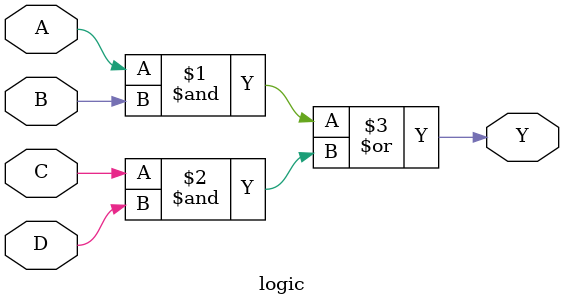
<source format=v>
`timescale 1ns / 1ps


module logic(A,B,C,D,Y);
    input A;
    input B;
    input C;
    input D;
     output Y;
        
    assign Y = ((A&B) | (C&D));
        
    
endmodule

</source>
